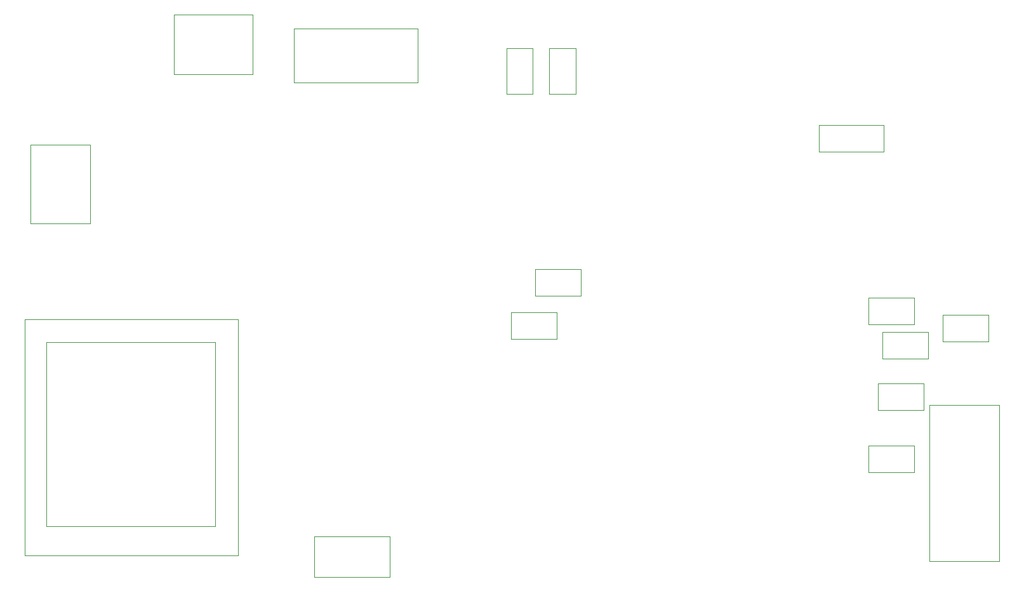
<source format=gbr>
%TF.GenerationSoftware,KiCad,Pcbnew,(6.0.0-rc1-dev-1444-gad0d9f8df)*%
%TF.CreationDate,2019-01-02T13:44:12+02:00*%
%TF.ProjectId,digiTOS-COMOD-SinBoard-routed-2,64696769-544f-4532-9d43-4f4d4f442d53,rev?*%
%TF.SameCoordinates,Original*%
%TF.FileFunction,Other,User*%
%FSLAX46Y46*%
G04 Gerber Fmt 4.6, Leading zero omitted, Abs format (unit mm)*
G04 Created by KiCad (PCBNEW (6.0.0-rc1-dev-1444-gad0d9f8df)) date 02/01/2019 13:44:12*
%MOMM*%
%LPD*%
G04 APERTURE LIST*
%ADD10C,0.050000*%
G04 APERTURE END LIST*
D10*
%TO.C,T1*%
X118450000Y-87950000D02*
X118450000Y-112450000D01*
X118450000Y-87950000D02*
X140950000Y-87950000D01*
X140950000Y-112450000D02*
X118450000Y-112450000D01*
X140950000Y-112450000D02*
X140950000Y-87950000D01*
%TO.C,T2*%
X115550000Y-84850000D02*
X115550000Y-116350000D01*
X115550000Y-84850000D02*
X144050000Y-84850000D01*
X144050000Y-116350000D02*
X115550000Y-116350000D01*
X144050000Y-116350000D02*
X144050000Y-84850000D01*
%TO.C,F1*%
X167990000Y-46080000D02*
X167990000Y-53320000D01*
X167990000Y-53320000D02*
X151490000Y-53320000D01*
X151490000Y-53320000D02*
X151490000Y-46080000D01*
X151490000Y-46080000D02*
X167990000Y-46080000D01*
%TO.C,NEUT-LINE_IN1*%
X146010000Y-44200000D02*
X135510000Y-44200000D01*
X146010000Y-44200000D02*
X146010000Y-52200000D01*
X135510000Y-52200000D02*
X135510000Y-44200000D01*
X135510000Y-52200000D02*
X146010000Y-52200000D01*
%TO.C,NEUT-LINE_OUT1*%
X116300000Y-61590000D02*
X116300000Y-72090000D01*
X116300000Y-61590000D02*
X124300000Y-61590000D01*
X124300000Y-72090000D02*
X116300000Y-72090000D01*
X124300000Y-72090000D02*
X124300000Y-61590000D01*
%TO.C,RAW-GND1*%
X238000000Y-84300000D02*
X238000000Y-87850000D01*
X238000000Y-87850000D02*
X244100000Y-87850000D01*
X244100000Y-87850000D02*
X244100000Y-84300000D01*
X244100000Y-84300000D02*
X238000000Y-84300000D01*
%TO.C,RX-TX-GND1*%
X221520000Y-58930000D02*
X221520000Y-62480000D01*
X221520000Y-62480000D02*
X230170000Y-62480000D01*
X230170000Y-62480000D02*
X230170000Y-58930000D01*
X230170000Y-58930000D02*
X221520000Y-58930000D01*
%TO.C,DEV1*%
X179800000Y-54800000D02*
X183350000Y-54800000D01*
X183350000Y-54800000D02*
X183350000Y-48700000D01*
X183350000Y-48700000D02*
X179800000Y-48700000D01*
X179800000Y-48700000D02*
X179800000Y-54800000D01*
%TO.C,DEV2*%
X185500000Y-48700000D02*
X185500000Y-54800000D01*
X189050000Y-48700000D02*
X185500000Y-48700000D01*
X189050000Y-54800000D02*
X189050000Y-48700000D01*
X185500000Y-54800000D02*
X189050000Y-54800000D01*
%TO.C,RV1*%
X164300000Y-113800000D02*
X164300000Y-119200000D01*
X164300000Y-119200000D02*
X154200000Y-119200000D01*
X154200000Y-119200000D02*
X154200000Y-113800000D01*
X154200000Y-113800000D02*
X164300000Y-113800000D01*
%TO.C,J1*%
X245550000Y-117150000D02*
X245550000Y-96290000D01*
X245550000Y-96290000D02*
X236190000Y-96290000D01*
X236190000Y-96290000D02*
X236190000Y-117150000D01*
X236190000Y-117150000D02*
X245550000Y-117150000D01*
%TO.C,J2*%
X186545000Y-83925000D02*
X180445000Y-83925000D01*
X186545000Y-87475000D02*
X186545000Y-83925000D01*
X180445000Y-87475000D02*
X186545000Y-87475000D01*
X180445000Y-83925000D02*
X180445000Y-87475000D01*
%TO.C,J5*%
X183620000Y-78210000D02*
X183620000Y-81760000D01*
X183620000Y-81760000D02*
X189720000Y-81760000D01*
X189720000Y-81760000D02*
X189720000Y-78210000D01*
X189720000Y-78210000D02*
X183620000Y-78210000D01*
%TO.C,J6*%
X234170000Y-82020000D02*
X228070000Y-82020000D01*
X234170000Y-85570000D02*
X234170000Y-82020000D01*
X228070000Y-85570000D02*
X234170000Y-85570000D01*
X228070000Y-82020000D02*
X228070000Y-85570000D01*
%TO.C,J7*%
X229340000Y-93450000D02*
X229340000Y-97000000D01*
X229340000Y-97000000D02*
X235440000Y-97000000D01*
X235440000Y-97000000D02*
X235440000Y-93450000D01*
X235440000Y-93450000D02*
X229340000Y-93450000D01*
%TO.C,J8*%
X229975000Y-86592000D02*
X229975000Y-90142000D01*
X229975000Y-90142000D02*
X236075000Y-90142000D01*
X236075000Y-90142000D02*
X236075000Y-86592000D01*
X236075000Y-86592000D02*
X229975000Y-86592000D01*
%TO.C,J9*%
X234170000Y-101705000D02*
X228070000Y-101705000D01*
X234170000Y-105255000D02*
X234170000Y-101705000D01*
X228070000Y-105255000D02*
X234170000Y-105255000D01*
X228070000Y-101705000D02*
X228070000Y-105255000D01*
%TD*%
M02*

</source>
